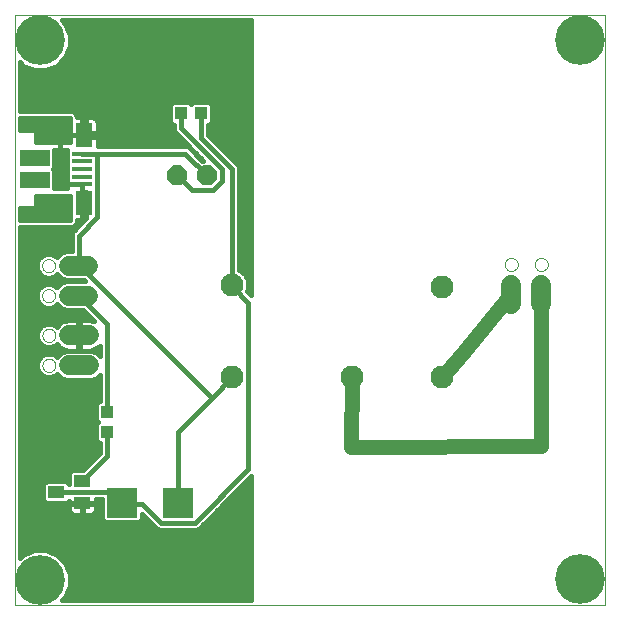
<source format=gbl>
G75*
%MOIN*%
%OFA0B0*%
%FSLAX24Y24*%
%IPPOS*%
%LPD*%
%AMOC8*
5,1,8,0,0,1.08239X$1,22.5*
%
%ADD10C,0.0000*%
%ADD11R,0.0394X0.0433*%
%ADD12OC8,0.0660*%
%ADD13C,0.0650*%
%ADD14R,0.1000X0.1000*%
%ADD15R,0.0433X0.0394*%
%ADD16R,0.0551X0.0394*%
%ADD17R,0.0673X0.0157*%
%ADD18R,0.0575X0.0787*%
%ADD19R,0.0984X0.0541*%
%ADD20C,0.0160*%
%ADD21C,0.0768*%
%ADD22C,0.1660*%
%ADD23C,0.0500*%
D10*
X000285Y000180D02*
X000285Y019865D01*
X019970Y019865D01*
X019970Y000180D01*
X000285Y000180D01*
X001202Y008174D02*
X001204Y008203D01*
X001210Y008231D01*
X001219Y008259D01*
X001232Y008285D01*
X001249Y008308D01*
X001268Y008330D01*
X001290Y008349D01*
X001315Y008364D01*
X001341Y008377D01*
X001369Y008385D01*
X001397Y008390D01*
X001426Y008391D01*
X001455Y008388D01*
X001483Y008381D01*
X001510Y008371D01*
X001536Y008357D01*
X001559Y008340D01*
X001580Y008320D01*
X001598Y008297D01*
X001613Y008272D01*
X001624Y008245D01*
X001632Y008217D01*
X001636Y008188D01*
X001636Y008160D01*
X001632Y008131D01*
X001624Y008103D01*
X001613Y008076D01*
X001598Y008051D01*
X001580Y008028D01*
X001559Y008008D01*
X001536Y007991D01*
X001510Y007977D01*
X001483Y007967D01*
X001455Y007960D01*
X001426Y007957D01*
X001397Y007958D01*
X001369Y007963D01*
X001341Y007971D01*
X001315Y007984D01*
X001290Y007999D01*
X001268Y008018D01*
X001249Y008040D01*
X001232Y008063D01*
X001219Y008089D01*
X001210Y008117D01*
X001204Y008145D01*
X001202Y008174D01*
X001202Y009174D02*
X001204Y009203D01*
X001210Y009231D01*
X001219Y009259D01*
X001232Y009285D01*
X001249Y009308D01*
X001268Y009330D01*
X001290Y009349D01*
X001315Y009364D01*
X001341Y009377D01*
X001369Y009385D01*
X001397Y009390D01*
X001426Y009391D01*
X001455Y009388D01*
X001483Y009381D01*
X001510Y009371D01*
X001536Y009357D01*
X001559Y009340D01*
X001580Y009320D01*
X001598Y009297D01*
X001613Y009272D01*
X001624Y009245D01*
X001632Y009217D01*
X001636Y009188D01*
X001636Y009160D01*
X001632Y009131D01*
X001624Y009103D01*
X001613Y009076D01*
X001598Y009051D01*
X001580Y009028D01*
X001559Y009008D01*
X001536Y008991D01*
X001510Y008977D01*
X001483Y008967D01*
X001455Y008960D01*
X001426Y008957D01*
X001397Y008958D01*
X001369Y008963D01*
X001341Y008971D01*
X001315Y008984D01*
X001290Y008999D01*
X001268Y009018D01*
X001249Y009040D01*
X001232Y009063D01*
X001219Y009089D01*
X001210Y009117D01*
X001204Y009145D01*
X001202Y009174D01*
X001194Y010500D02*
X001196Y010529D01*
X001202Y010557D01*
X001211Y010585D01*
X001224Y010611D01*
X001241Y010634D01*
X001260Y010656D01*
X001282Y010675D01*
X001307Y010690D01*
X001333Y010703D01*
X001361Y010711D01*
X001389Y010716D01*
X001418Y010717D01*
X001447Y010714D01*
X001475Y010707D01*
X001502Y010697D01*
X001528Y010683D01*
X001551Y010666D01*
X001572Y010646D01*
X001590Y010623D01*
X001605Y010598D01*
X001616Y010571D01*
X001624Y010543D01*
X001628Y010514D01*
X001628Y010486D01*
X001624Y010457D01*
X001616Y010429D01*
X001605Y010402D01*
X001590Y010377D01*
X001572Y010354D01*
X001551Y010334D01*
X001528Y010317D01*
X001502Y010303D01*
X001475Y010293D01*
X001447Y010286D01*
X001418Y010283D01*
X001389Y010284D01*
X001361Y010289D01*
X001333Y010297D01*
X001307Y010310D01*
X001282Y010325D01*
X001260Y010344D01*
X001241Y010366D01*
X001224Y010389D01*
X001211Y010415D01*
X001202Y010443D01*
X001196Y010471D01*
X001194Y010500D01*
X001194Y011500D02*
X001196Y011529D01*
X001202Y011557D01*
X001211Y011585D01*
X001224Y011611D01*
X001241Y011634D01*
X001260Y011656D01*
X001282Y011675D01*
X001307Y011690D01*
X001333Y011703D01*
X001361Y011711D01*
X001389Y011716D01*
X001418Y011717D01*
X001447Y011714D01*
X001475Y011707D01*
X001502Y011697D01*
X001528Y011683D01*
X001551Y011666D01*
X001572Y011646D01*
X001590Y011623D01*
X001605Y011598D01*
X001616Y011571D01*
X001624Y011543D01*
X001628Y011514D01*
X001628Y011486D01*
X001624Y011457D01*
X001616Y011429D01*
X001605Y011402D01*
X001590Y011377D01*
X001572Y011354D01*
X001551Y011334D01*
X001528Y011317D01*
X001502Y011303D01*
X001475Y011293D01*
X001447Y011286D01*
X001418Y011283D01*
X001389Y011284D01*
X001361Y011289D01*
X001333Y011297D01*
X001307Y011310D01*
X001282Y011325D01*
X001260Y011344D01*
X001241Y011366D01*
X001224Y011389D01*
X001211Y011415D01*
X001202Y011443D01*
X001196Y011471D01*
X001194Y011500D01*
X016615Y011539D02*
X016617Y011568D01*
X016623Y011596D01*
X016632Y011624D01*
X016645Y011650D01*
X016662Y011673D01*
X016681Y011695D01*
X016703Y011714D01*
X016728Y011729D01*
X016754Y011742D01*
X016782Y011750D01*
X016810Y011755D01*
X016839Y011756D01*
X016868Y011753D01*
X016896Y011746D01*
X016923Y011736D01*
X016949Y011722D01*
X016972Y011705D01*
X016993Y011685D01*
X017011Y011662D01*
X017026Y011637D01*
X017037Y011610D01*
X017045Y011582D01*
X017049Y011553D01*
X017049Y011525D01*
X017045Y011496D01*
X017037Y011468D01*
X017026Y011441D01*
X017011Y011416D01*
X016993Y011393D01*
X016972Y011373D01*
X016949Y011356D01*
X016923Y011342D01*
X016896Y011332D01*
X016868Y011325D01*
X016839Y011322D01*
X016810Y011323D01*
X016782Y011328D01*
X016754Y011336D01*
X016728Y011349D01*
X016703Y011364D01*
X016681Y011383D01*
X016662Y011405D01*
X016645Y011428D01*
X016632Y011454D01*
X016623Y011482D01*
X016617Y011510D01*
X016615Y011539D01*
X017615Y011539D02*
X017617Y011568D01*
X017623Y011596D01*
X017632Y011624D01*
X017645Y011650D01*
X017662Y011673D01*
X017681Y011695D01*
X017703Y011714D01*
X017728Y011729D01*
X017754Y011742D01*
X017782Y011750D01*
X017810Y011755D01*
X017839Y011756D01*
X017868Y011753D01*
X017896Y011746D01*
X017923Y011736D01*
X017949Y011722D01*
X017972Y011705D01*
X017993Y011685D01*
X018011Y011662D01*
X018026Y011637D01*
X018037Y011610D01*
X018045Y011582D01*
X018049Y011553D01*
X018049Y011525D01*
X018045Y011496D01*
X018037Y011468D01*
X018026Y011441D01*
X018011Y011416D01*
X017993Y011393D01*
X017972Y011373D01*
X017949Y011356D01*
X017923Y011342D01*
X017896Y011332D01*
X017868Y011325D01*
X017839Y011322D01*
X017810Y011323D01*
X017782Y011328D01*
X017754Y011336D01*
X017728Y011349D01*
X017703Y011364D01*
X017681Y011383D01*
X017662Y011405D01*
X017645Y011428D01*
X017632Y011454D01*
X017623Y011482D01*
X017617Y011510D01*
X017615Y011539D01*
D11*
X006489Y016572D03*
X005819Y016572D03*
D12*
X005694Y014512D03*
X006694Y014512D03*
D13*
X002736Y011500D02*
X002086Y011500D01*
X002086Y010500D02*
X002736Y010500D01*
X002744Y009174D02*
X002095Y009174D01*
X002095Y008174D02*
X002744Y008174D01*
X016832Y010214D02*
X016832Y010864D01*
X017832Y010864D02*
X017832Y010214D01*
D14*
X005715Y003599D03*
X003865Y003599D03*
D15*
X003357Y005956D03*
X003357Y006625D03*
D16*
X002537Y004326D03*
X002537Y003578D03*
X001671Y003952D03*
D17*
X002533Y014212D03*
X002533Y014468D03*
X002533Y014724D03*
X002533Y014980D03*
X002533Y015236D03*
D18*
X002584Y015866D03*
X002584Y013582D03*
D19*
X000946Y014355D03*
X000946Y015093D03*
D20*
X001003Y015609D02*
X002114Y015609D01*
X002114Y016426D01*
X001102Y016426D01*
X001104Y016425D01*
X000474Y016425D01*
X000472Y016030D01*
X001003Y016030D01*
X002114Y016030D01*
X002114Y015872D02*
X001003Y015872D01*
X001003Y016030D02*
X001003Y015609D01*
X001003Y015713D02*
X002114Y015713D01*
X001804Y015864D02*
X002584Y015864D01*
X002584Y015866D01*
X002648Y015872D02*
X005695Y015872D01*
X005617Y015950D02*
X005580Y016038D01*
X005580Y016196D01*
X005556Y016196D01*
X005463Y016289D01*
X005463Y016855D01*
X005556Y016949D01*
X006083Y016949D01*
X006154Y016877D01*
X006226Y016949D01*
X006752Y016949D01*
X006846Y016855D01*
X006846Y016289D01*
X006752Y016196D01*
X006730Y016196D01*
X006730Y015862D01*
X007657Y014935D01*
X007725Y014867D01*
X007761Y014779D01*
X007761Y011353D01*
X007830Y011324D01*
X007983Y011171D01*
X008066Y010971D01*
X008066Y010755D01*
X008024Y010654D01*
X008159Y010519D01*
X008159Y019685D01*
X001855Y019685D01*
X001975Y019566D01*
X002126Y019202D01*
X002126Y018808D01*
X001975Y018444D01*
X001696Y018166D01*
X001333Y018015D01*
X000939Y018015D01*
X000575Y018166D01*
X000465Y018276D01*
X000465Y016665D01*
X000474Y016665D01*
X001052Y016665D01*
X001054Y016666D01*
X001067Y016666D01*
X001080Y016669D01*
X001114Y016666D01*
X002161Y016666D01*
X002250Y016629D01*
X002317Y016562D01*
X002354Y016474D01*
X002354Y016439D01*
X002520Y016439D01*
X002520Y015929D01*
X002648Y015929D01*
X003052Y015929D01*
X003052Y016283D01*
X003039Y016329D01*
X003016Y016370D01*
X002982Y016403D01*
X002941Y016427D01*
X002895Y016439D01*
X002648Y016439D01*
X002648Y015929D01*
X002648Y015802D01*
X003052Y015802D01*
X003052Y015475D01*
X006018Y015475D01*
X006106Y015439D01*
X006542Y015002D01*
X006564Y015002D01*
X005617Y015950D01*
X005584Y016030D02*
X003052Y016030D01*
X003052Y016189D02*
X005580Y016189D01*
X005463Y016347D02*
X003029Y016347D01*
X002648Y016347D02*
X002520Y016347D01*
X002520Y016189D02*
X002648Y016189D01*
X002648Y016030D02*
X002520Y016030D01*
X002114Y016189D02*
X000473Y016189D01*
X000473Y016347D02*
X002114Y016347D01*
X002340Y016506D02*
X005463Y016506D01*
X005463Y016664D02*
X002166Y016664D01*
X001804Y015864D02*
X001804Y014212D01*
X002533Y014212D01*
X002533Y013953D01*
X002648Y013953D01*
X002648Y013646D01*
X002520Y013646D01*
X002520Y013953D01*
X002533Y013953D01*
X002533Y014212D01*
X002533Y014212D01*
X002016Y014212D01*
X002016Y014110D01*
X002026Y014072D01*
X001598Y014072D01*
X001598Y014692D01*
X001566Y014724D01*
X001598Y014756D01*
X001598Y015369D01*
X002036Y015369D01*
X002036Y015091D01*
X002036Y014374D01*
X002029Y014360D01*
X002016Y014315D01*
X002016Y014212D01*
X002533Y014212D01*
X002533Y014212D01*
X002533Y014128D02*
X002533Y014128D01*
X002533Y013970D02*
X002533Y013970D01*
X002520Y013811D02*
X002648Y013811D01*
X002648Y013653D02*
X002520Y013653D01*
X002520Y013519D02*
X002648Y013519D01*
X002648Y013071D01*
X002215Y012639D01*
X002179Y012551D01*
X002179Y011985D01*
X001990Y011985D01*
X001812Y011911D01*
X001686Y011786D01*
X001636Y011837D01*
X001490Y011897D01*
X001332Y011897D01*
X001187Y011837D01*
X001075Y011725D01*
X001015Y011579D01*
X001015Y011421D01*
X001075Y011276D01*
X001187Y011164D01*
X001332Y011104D01*
X001490Y011104D01*
X001636Y011164D01*
X001686Y011215D01*
X001812Y011089D01*
X001990Y011016D01*
X002582Y011016D01*
X002613Y010985D01*
X001990Y010985D01*
X001812Y010911D01*
X001686Y010786D01*
X001636Y010837D01*
X001490Y010897D01*
X001332Y010897D01*
X001187Y010837D01*
X001075Y010725D01*
X001015Y010579D01*
X001015Y010421D01*
X001075Y010276D01*
X001187Y010164D01*
X001332Y010104D01*
X001490Y010104D01*
X001636Y010164D01*
X001686Y010215D01*
X001812Y010089D01*
X001990Y010016D01*
X002559Y010016D01*
X002930Y009644D01*
X002862Y009666D01*
X002784Y009679D01*
X002448Y009679D01*
X002448Y009202D01*
X002391Y009202D01*
X002391Y009679D01*
X002055Y009679D01*
X001976Y009666D01*
X001901Y009642D01*
X001830Y009606D01*
X001766Y009559D01*
X001710Y009503D01*
X001685Y009469D01*
X001644Y009510D01*
X001498Y009570D01*
X001340Y009570D01*
X001195Y009510D01*
X001083Y009399D01*
X001023Y009253D01*
X001023Y009095D01*
X001083Y008949D01*
X001195Y008838D01*
X001340Y008777D01*
X001498Y008777D01*
X001644Y008838D01*
X001685Y008879D01*
X001710Y008845D01*
X001766Y008789D01*
X001830Y008742D01*
X001901Y008706D01*
X001976Y008682D01*
X002055Y008669D01*
X002391Y008669D01*
X002391Y009146D01*
X002448Y009146D01*
X002448Y008669D01*
X002784Y008669D01*
X002862Y008682D01*
X002938Y008706D01*
X003009Y008742D01*
X003073Y008789D01*
X003116Y008832D01*
X003116Y008488D01*
X003019Y008585D01*
X002841Y008659D01*
X001998Y008659D01*
X001820Y008585D01*
X001695Y008460D01*
X001644Y008510D01*
X001498Y008570D01*
X001340Y008570D01*
X001195Y008510D01*
X001083Y008399D01*
X001023Y008253D01*
X001023Y008095D01*
X001083Y007949D01*
X001195Y007838D01*
X001340Y007777D01*
X001498Y007777D01*
X001644Y007838D01*
X001695Y007888D01*
X001820Y007763D01*
X001998Y007689D01*
X002841Y007689D01*
X003019Y007763D01*
X003116Y007860D01*
X003116Y006982D01*
X003074Y006982D01*
X002980Y006888D01*
X002980Y006362D01*
X003052Y006290D01*
X002980Y006219D01*
X002980Y005693D01*
X003074Y005599D01*
X003116Y005599D01*
X003116Y005248D01*
X002551Y004683D01*
X002195Y004683D01*
X002101Y004589D01*
X002101Y004221D01*
X002013Y004309D01*
X001329Y004309D01*
X001235Y004215D01*
X001235Y003689D01*
X001329Y003595D01*
X002013Y003595D01*
X002081Y003664D01*
X002081Y003597D01*
X002518Y003597D01*
X002518Y003560D01*
X002081Y003560D01*
X002081Y003358D01*
X002094Y003312D01*
X002117Y003271D01*
X002151Y003237D01*
X002192Y003214D01*
X002238Y003201D01*
X002518Y003201D01*
X002518Y003560D01*
X002555Y003560D01*
X002555Y003201D01*
X002836Y003201D01*
X002882Y003214D01*
X002923Y003237D01*
X002956Y003271D01*
X002980Y003312D01*
X002992Y003358D01*
X002992Y003560D01*
X002555Y003560D01*
X002555Y003597D01*
X002992Y003597D01*
X002992Y003712D01*
X003205Y003712D01*
X003205Y003032D01*
X003299Y002939D01*
X004431Y002939D01*
X004525Y003032D01*
X004525Y003223D01*
X004948Y002800D01*
X005015Y002732D01*
X005103Y002696D01*
X006333Y002696D01*
X006421Y002732D01*
X008159Y004471D01*
X008159Y000360D01*
X001865Y000360D01*
X001974Y000469D01*
X002125Y000833D01*
X002125Y001227D01*
X001974Y001591D01*
X001696Y001869D01*
X001332Y002020D01*
X000938Y002020D01*
X000574Y001869D01*
X000465Y001760D01*
X000465Y012774D01*
X000469Y012774D01*
X000516Y012774D01*
X000517Y012774D01*
X001065Y012774D01*
X001078Y012770D01*
X001113Y012774D01*
X001147Y012774D01*
X001150Y012775D01*
X002161Y012775D01*
X002250Y012812D01*
X002317Y012879D01*
X002354Y012968D01*
X002354Y013009D01*
X002520Y013009D01*
X002520Y013519D01*
X002520Y013494D02*
X002648Y013494D01*
X002648Y013336D02*
X002520Y013336D01*
X002520Y013177D02*
X002648Y013177D01*
X002595Y013019D02*
X002520Y013019D01*
X002437Y012860D02*
X002298Y012860D01*
X002278Y012702D02*
X000465Y012702D01*
X000465Y012543D02*
X002179Y012543D01*
X002179Y012385D02*
X000465Y012385D01*
X000465Y012226D02*
X002179Y012226D01*
X002179Y012068D02*
X000465Y012068D01*
X000465Y011909D02*
X001809Y011909D01*
X002411Y011500D02*
X002482Y011456D01*
X006844Y007093D01*
X005718Y005967D01*
X005718Y003605D01*
X005715Y003599D01*
X005151Y002936D02*
X006285Y002936D01*
X008072Y004723D01*
X008072Y010267D01*
X007553Y010786D01*
X007522Y010863D01*
X007521Y010865D01*
X007521Y014731D01*
X006490Y015763D01*
X006490Y016566D01*
X006489Y016572D01*
X006846Y016506D02*
X008159Y016506D01*
X008159Y016664D02*
X006846Y016664D01*
X006846Y016823D02*
X008159Y016823D01*
X008159Y016981D02*
X000465Y016981D01*
X000465Y016823D02*
X005463Y016823D01*
X005819Y016572D02*
X005820Y016566D01*
X005820Y016086D01*
X007190Y014715D01*
X007190Y014314D01*
X006891Y014015D01*
X006190Y014015D01*
X005694Y014511D01*
X005694Y014512D01*
X005970Y015235D02*
X006687Y014519D01*
X006694Y014512D01*
X006487Y015079D02*
X006465Y015079D01*
X006329Y015238D02*
X006307Y015238D01*
X006170Y015396D02*
X006148Y015396D01*
X006012Y015555D02*
X003052Y015555D01*
X003052Y015713D02*
X005853Y015713D01*
X005970Y015235D02*
X003033Y015235D01*
X003033Y013117D01*
X002419Y012503D01*
X002419Y011503D01*
X002411Y011500D01*
X001924Y010958D02*
X000465Y010958D01*
X000465Y010800D02*
X001150Y010800D01*
X001040Y010641D02*
X000465Y010641D01*
X000465Y010483D02*
X001015Y010483D01*
X001055Y010324D02*
X000465Y010324D01*
X000465Y010166D02*
X001185Y010166D01*
X001637Y010166D02*
X001736Y010166D01*
X001738Y009532D02*
X001592Y009532D01*
X001246Y009532D02*
X000465Y009532D01*
X000465Y009690D02*
X002884Y009690D01*
X002726Y009849D02*
X000465Y009849D01*
X000465Y010007D02*
X002567Y010007D01*
X002448Y009532D02*
X002391Y009532D01*
X002391Y009373D02*
X002448Y009373D01*
X002448Y009215D02*
X002391Y009215D01*
X002391Y009056D02*
X002448Y009056D01*
X002448Y008898D02*
X002391Y008898D01*
X002391Y008739D02*
X002448Y008739D01*
X003003Y008739D02*
X003116Y008739D01*
X003116Y008581D02*
X003023Y008581D01*
X003044Y007788D02*
X003116Y007788D01*
X003116Y007630D02*
X000465Y007630D01*
X000465Y007788D02*
X001315Y007788D01*
X001524Y007788D02*
X001795Y007788D01*
X001086Y007947D02*
X000465Y007947D01*
X000465Y008105D02*
X001023Y008105D01*
X001027Y008264D02*
X000465Y008264D01*
X000465Y008422D02*
X001107Y008422D01*
X001135Y008898D02*
X000465Y008898D01*
X000465Y009056D02*
X001039Y009056D01*
X001023Y009215D02*
X000465Y009215D01*
X000465Y009373D02*
X001073Y009373D01*
X000465Y008739D02*
X001836Y008739D01*
X001816Y008581D02*
X000465Y008581D01*
X000465Y007471D02*
X003116Y007471D01*
X003116Y007313D02*
X000465Y007313D01*
X000465Y007154D02*
X003116Y007154D01*
X003116Y006996D02*
X000465Y006996D01*
X000465Y006837D02*
X002980Y006837D01*
X002980Y006679D02*
X000465Y006679D01*
X000465Y006520D02*
X002980Y006520D01*
X002981Y006362D02*
X000465Y006362D01*
X000465Y006203D02*
X002980Y006203D01*
X002980Y006045D02*
X000465Y006045D01*
X000465Y005886D02*
X002980Y005886D01*
X002980Y005728D02*
X000465Y005728D01*
X000465Y005569D02*
X003116Y005569D01*
X003116Y005411D02*
X000465Y005411D01*
X000465Y005252D02*
X003116Y005252D01*
X002961Y005094D02*
X000465Y005094D01*
X000465Y004935D02*
X002803Y004935D01*
X002644Y004777D02*
X000465Y004777D01*
X000465Y004618D02*
X002130Y004618D01*
X002101Y004460D02*
X000465Y004460D01*
X000465Y004301D02*
X001321Y004301D01*
X001235Y004143D02*
X000465Y004143D01*
X000465Y003984D02*
X001235Y003984D01*
X001235Y003826D02*
X000465Y003826D01*
X000465Y003667D02*
X001257Y003667D01*
X001671Y003952D02*
X001671Y003952D01*
X003513Y003952D01*
X003860Y003605D01*
X003865Y003599D01*
X003938Y003558D01*
X004529Y003558D01*
X005151Y002936D01*
X005055Y002716D02*
X000465Y002716D01*
X000465Y002558D02*
X008159Y002558D01*
X008159Y002716D02*
X006381Y002716D01*
X006563Y002875D02*
X008159Y002875D01*
X008159Y003033D02*
X006721Y003033D01*
X006880Y003192D02*
X008159Y003192D01*
X008159Y003350D02*
X007038Y003350D01*
X007197Y003509D02*
X008159Y003509D01*
X008159Y003667D02*
X007355Y003667D01*
X007514Y003826D02*
X008159Y003826D01*
X008159Y003984D02*
X007672Y003984D01*
X007831Y004143D02*
X008159Y004143D01*
X008159Y004301D02*
X007989Y004301D01*
X008148Y004460D02*
X008159Y004460D01*
X008159Y002399D02*
X000465Y002399D01*
X000465Y002241D02*
X008159Y002241D01*
X008159Y002082D02*
X000465Y002082D01*
X000465Y001924D02*
X000705Y001924D01*
X000470Y001765D02*
X000465Y001765D01*
X001565Y001924D02*
X008159Y001924D01*
X008159Y001765D02*
X001800Y001765D01*
X001958Y001607D02*
X008159Y001607D01*
X008159Y001448D02*
X002033Y001448D01*
X002099Y001290D02*
X008159Y001290D01*
X008159Y001131D02*
X002125Y001131D01*
X002125Y000973D02*
X008159Y000973D01*
X008159Y000814D02*
X002117Y000814D01*
X002051Y000656D02*
X008159Y000656D01*
X008159Y000497D02*
X001986Y000497D01*
X000465Y002875D02*
X004873Y002875D01*
X004715Y003033D02*
X004525Y003033D01*
X004525Y003192D02*
X004556Y003192D01*
X003205Y003192D02*
X000465Y003192D01*
X000465Y003350D02*
X002083Y003350D01*
X002081Y003509D02*
X000465Y003509D01*
X000465Y003033D02*
X003205Y003033D01*
X003205Y003350D02*
X002990Y003350D01*
X002992Y003509D02*
X003205Y003509D01*
X003205Y003667D02*
X002992Y003667D01*
X002555Y003509D02*
X002518Y003509D01*
X002518Y003350D02*
X002555Y003350D01*
X002537Y004326D02*
X002537Y004330D01*
X003356Y005149D01*
X003356Y005952D01*
X003357Y005956D01*
X003357Y006625D02*
X003356Y006629D01*
X003356Y009558D01*
X002419Y010495D01*
X002411Y010500D01*
X001700Y010800D02*
X001673Y010800D01*
X001785Y011117D02*
X001521Y011117D01*
X001302Y011117D02*
X000465Y011117D01*
X000465Y011275D02*
X001076Y011275D01*
X001015Y011434D02*
X000465Y011434D01*
X000465Y011592D02*
X001020Y011592D01*
X001101Y011751D02*
X000465Y011751D01*
X000470Y013014D02*
X000472Y013411D01*
X001003Y013411D01*
X001003Y013832D01*
X002114Y013832D01*
X002114Y013015D01*
X001102Y013015D01*
X001100Y013014D01*
X000470Y013014D01*
X000470Y013019D02*
X002114Y013019D01*
X002114Y013177D02*
X000471Y013177D01*
X000472Y013336D02*
X002114Y013336D01*
X002114Y013494D02*
X001003Y013494D01*
X001003Y013653D02*
X002114Y013653D01*
X002114Y013811D02*
X001003Y013811D01*
X001598Y014128D02*
X002016Y014128D01*
X002016Y014287D02*
X001598Y014287D01*
X001598Y014445D02*
X002036Y014445D01*
X002036Y014604D02*
X001598Y014604D01*
X001598Y014762D02*
X002036Y014762D01*
X002036Y014921D02*
X001598Y014921D01*
X001598Y015079D02*
X002036Y015079D01*
X002036Y015238D02*
X001598Y015238D01*
X002533Y015236D02*
X002537Y015235D01*
X003033Y015235D01*
X000465Y017140D02*
X008159Y017140D01*
X008159Y017298D02*
X000465Y017298D01*
X000465Y017457D02*
X008159Y017457D01*
X008159Y017615D02*
X000465Y017615D01*
X000465Y017774D02*
X008159Y017774D01*
X008159Y017932D02*
X000465Y017932D01*
X000465Y018091D02*
X000756Y018091D01*
X000492Y018249D02*
X000465Y018249D01*
X001515Y018091D02*
X008159Y018091D01*
X008159Y018249D02*
X001780Y018249D01*
X001938Y018408D02*
X008159Y018408D01*
X008159Y018566D02*
X002025Y018566D01*
X002091Y018725D02*
X008159Y018725D01*
X008159Y018883D02*
X002126Y018883D01*
X002126Y019042D02*
X008159Y019042D01*
X008159Y019200D02*
X002126Y019200D01*
X002061Y019359D02*
X008159Y019359D01*
X008159Y019517D02*
X001995Y019517D01*
X001865Y019676D02*
X008159Y019676D01*
X008159Y016347D02*
X006846Y016347D01*
X006730Y016189D02*
X008159Y016189D01*
X008159Y016030D02*
X006730Y016030D01*
X006730Y015872D02*
X008159Y015872D01*
X008159Y015713D02*
X006879Y015713D01*
X007037Y015555D02*
X008159Y015555D01*
X008159Y015396D02*
X007196Y015396D01*
X007354Y015238D02*
X008159Y015238D01*
X008159Y015079D02*
X007513Y015079D01*
X007671Y014921D02*
X008159Y014921D01*
X008159Y014762D02*
X007761Y014762D01*
X007761Y014604D02*
X008159Y014604D01*
X008159Y014445D02*
X007761Y014445D01*
X007761Y014287D02*
X008159Y014287D01*
X008159Y014128D02*
X007761Y014128D01*
X007761Y013970D02*
X008159Y013970D01*
X008159Y013811D02*
X007761Y013811D01*
X007761Y013653D02*
X008159Y013653D01*
X008159Y013494D02*
X007761Y013494D01*
X007761Y013336D02*
X008159Y013336D01*
X008159Y013177D02*
X007761Y013177D01*
X007761Y013019D02*
X008159Y013019D01*
X008159Y012860D02*
X007761Y012860D01*
X007761Y012702D02*
X008159Y012702D01*
X008159Y012543D02*
X007761Y012543D01*
X007761Y012385D02*
X008159Y012385D01*
X008159Y012226D02*
X007761Y012226D01*
X007761Y012068D02*
X008159Y012068D01*
X008159Y011909D02*
X007761Y011909D01*
X007761Y011751D02*
X008159Y011751D01*
X008159Y011592D02*
X007761Y011592D01*
X007761Y011434D02*
X008159Y011434D01*
X008159Y011275D02*
X007879Y011275D01*
X008006Y011117D02*
X008159Y011117D01*
X008159Y010958D02*
X008066Y010958D01*
X008066Y010800D02*
X008159Y010800D01*
X008159Y010641D02*
X008037Y010641D01*
X007522Y007773D02*
X007521Y007771D01*
X006844Y007093D01*
X002101Y004301D02*
X002021Y004301D01*
D21*
X007522Y007773D03*
X007522Y010863D03*
X011522Y007773D03*
X014522Y007773D03*
X014522Y010773D03*
D22*
X019117Y019007D03*
X019114Y001042D03*
X001135Y001030D03*
X001136Y019005D03*
D23*
X011522Y007773D02*
X011492Y005468D01*
X017820Y005484D01*
X017832Y006835D01*
X017832Y010539D01*
X016832Y010539D02*
X015204Y008542D01*
X014522Y007773D01*
M02*

</source>
